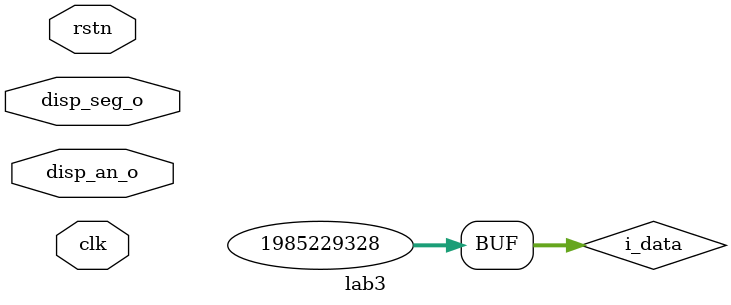
<source format=v>
`timescale 1ns / 1ps


module lab3(
    input clk,
    input rstn,
    input [7:0]disp_seg_o,
    input [7:0]disp_an_o
    );

    wire[31:0]i_data;
    assign i_data=32'b0111_0110_0101_0100_0011_0010_0001_0000;
    seg7x16 seg7x16_inst(
        .clk(clk),
        .rstn(rstn),
        .i_data(i_data),
        .o_seg(disp_seg_o),
        .o_sel(disp_an_o)
    );
    
endmodule

</source>
